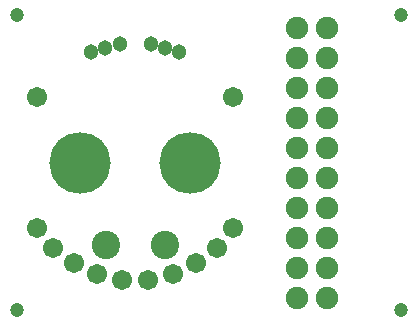
<source format=gts>
%FSLAX25Y25*%
%MOIN*%
G70*
G01*
G75*
G04 Layer_Color=8388736*
%ADD10C,0.01000*%
%ADD11C,0.06693*%
%ADD12C,0.19685*%
%ADD13C,0.04331*%
%ADD14C,0.05906*%
%ADD15C,0.08661*%
%ADD16C,0.03937*%
%ADD17R,0.05512X0.04331*%
%ADD18C,0.00787*%
%ADD19C,0.00984*%
%ADD20C,0.01181*%
%ADD21C,0.07493*%
%ADD22C,0.20485*%
%ADD23C,0.05131*%
%ADD24C,0.06706*%
%ADD25C,0.09461*%
%ADD26C,0.04737*%
D21*
X339646Y290276D02*
D03*
Y280276D02*
D03*
Y270276D02*
D03*
Y260276D02*
D03*
Y250276D02*
D03*
X329646D02*
D03*
Y260276D02*
D03*
Y270276D02*
D03*
Y280276D02*
D03*
Y290276D02*
D03*
Y340276D02*
D03*
Y330276D02*
D03*
Y320276D02*
D03*
Y310276D02*
D03*
Y300276D02*
D03*
X339646D02*
D03*
Y310276D02*
D03*
Y320276D02*
D03*
Y330276D02*
D03*
Y340276D02*
D03*
D22*
X293898Y295276D02*
D03*
X257283D02*
D03*
D23*
X265650Y333370D02*
D03*
X285531D02*
D03*
X280701Y334664D02*
D03*
X290362Y332076D02*
D03*
X270480Y334664D02*
D03*
X260819Y332076D02*
D03*
D24*
X271299Y256142D02*
D03*
X279882D02*
D03*
X262933Y257992D02*
D03*
X288248D02*
D03*
X296024Y261811D02*
D03*
X255157D02*
D03*
X248366Y266850D02*
D03*
X302815D02*
D03*
X242854Y273425D02*
D03*
X308327D02*
D03*
X242854Y317126D02*
D03*
X308327D02*
D03*
D25*
X265748Y267717D02*
D03*
X285433D02*
D03*
D26*
X236221Y246063D02*
D03*
Y344488D02*
D03*
X364173D02*
D03*
Y246063D02*
D03*
M02*

</source>
